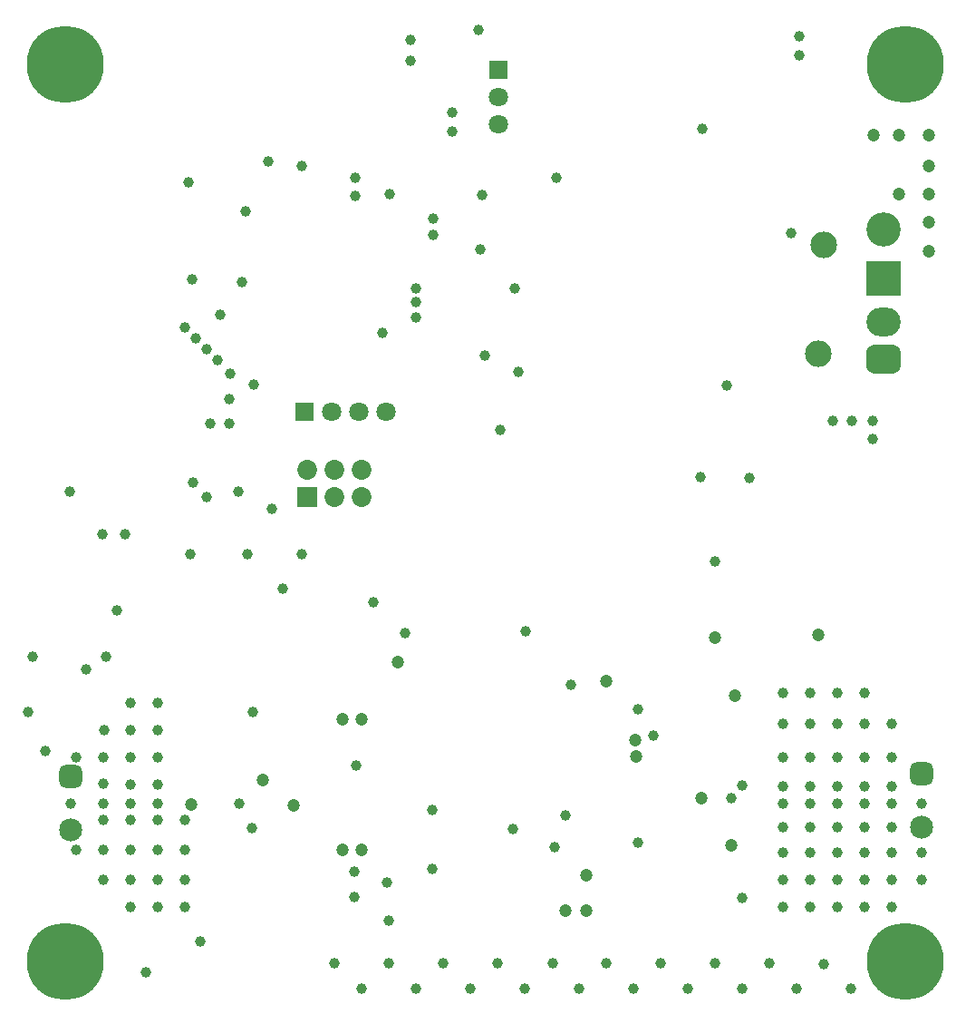
<source format=gbs>
G04*
G04 #@! TF.GenerationSoftware,Altium Limited,Altium Designer,21.3.2 (30)*
G04*
G04 Layer_Color=16711935*
%FSTAX25Y25*%
%MOIN*%
G70*
G04*
G04 #@! TF.SameCoordinates,F2247190-6049-447B-BCC3-174C6299C890*
G04*
G04*
G04 #@! TF.FilePolarity,Negative*
G04*
G01*
G75*
G04:AMPARAMS|DCode=98|XSize=106.42mil|YSize=126.11mil|CornerRadius=28.61mil|HoleSize=0mil|Usage=FLASHONLY|Rotation=90.000|XOffset=0mil|YOffset=0mil|HoleType=Round|Shape=RoundedRectangle|*
%AMROUNDEDRECTD98*
21,1,0.10642,0.06890,0,0,90.0*
21,1,0.04921,0.12611,0,0,90.0*
1,1,0.05721,0.03445,0.02461*
1,1,0.05721,0.03445,-0.02461*
1,1,0.05721,-0.03445,-0.02461*
1,1,0.05721,-0.03445,0.02461*
%
%ADD98ROUNDEDRECTD98*%
%ADD99O,0.12611X0.10642*%
%ADD100C,0.07296*%
%ADD101R,0.07296X0.07296*%
G04:AMPARAMS|DCode=102|XSize=84.77mil|YSize=84.77mil|CornerRadius=23.19mil|HoleSize=0mil|Usage=FLASHONLY|Rotation=270.000|XOffset=0mil|YOffset=0mil|HoleType=Round|Shape=RoundedRectangle|*
%AMROUNDEDRECTD102*
21,1,0.08477,0.03839,0,0,270.0*
21,1,0.03839,0.08477,0,0,270.0*
1,1,0.04639,-0.01919,-0.01919*
1,1,0.04639,-0.01919,0.01919*
1,1,0.04639,0.01919,0.01919*
1,1,0.04639,0.01919,-0.01919*
%
%ADD102ROUNDEDRECTD102*%
%ADD103C,0.08477*%
%ADD104R,0.07099X0.07099*%
%ADD105C,0.07099*%
%ADD106R,0.07099X0.07099*%
%ADD107R,0.12611X0.12611*%
%ADD108C,0.12611*%
%ADD109C,0.09800*%
%ADD111C,0.04737*%
%ADD112C,0.03950*%
%ADD113C,0.03398*%
%ADD143C,0.28359*%
D98*
X0802Y065611D02*
D03*
D99*
Y066989D02*
D03*
D100*
X06102Y06154D02*
D03*
X06002D02*
D03*
X06102Y06054D02*
D03*
X06002D02*
D03*
X05902Y06154D02*
D03*
D101*
Y06054D02*
D03*
D102*
X0816Y0503842D02*
D03*
X0503Y0502843D02*
D03*
D103*
X0816Y0484158D02*
D03*
X0503Y0483157D02*
D03*
D104*
X0660474Y07624D02*
D03*
D105*
Y07524D02*
D03*
Y07424D02*
D03*
X0599Y0637D02*
D03*
X0609D02*
D03*
X0619D02*
D03*
D106*
X0589D02*
D03*
D107*
X0802Y0686D02*
D03*
D108*
Y0703717D02*
D03*
D109*
X07781Y065811D02*
D03*
X0780218Y0698071D02*
D03*
D111*
X0700254Y0537991D02*
D03*
X06234Y05448D02*
D03*
X0778029Y0555D02*
D03*
X06928Y04536D02*
D03*
X05474Y04924D02*
D03*
X0735Y0495D02*
D03*
X0746Y0477623D02*
D03*
X081876Y0695882D02*
D03*
Y0706418D02*
D03*
Y07169D02*
D03*
Y0727295D02*
D03*
Y07386D02*
D03*
X0740037Y0554D02*
D03*
X05852Y04923D02*
D03*
X0573732Y0501631D02*
D03*
X0685Y0453689D02*
D03*
X06928Y0466415D02*
D03*
X0603Y0524D02*
D03*
X061D02*
D03*
X0603Y0476D02*
D03*
X061D02*
D03*
X07109Y05162D02*
D03*
X0711016Y05101D02*
D03*
X07475Y05325D02*
D03*
X0807826Y07169D02*
D03*
X0798574Y07386D02*
D03*
X0807826D02*
D03*
D112*
X0535Y0486818D02*
D03*
Y0455D02*
D03*
Y0476D02*
D03*
X0545Y0465D02*
D03*
X06362Y04688D02*
D03*
X0545Y0486818D02*
D03*
Y0454911D02*
D03*
X06196Y04637D02*
D03*
X0545Y0476D02*
D03*
X06075Y04585D02*
D03*
X0535Y0465D02*
D03*
X0569891Y0484002D02*
D03*
X06263Y0555608D02*
D03*
X07446Y06465D02*
D03*
X0740037Y0581879D02*
D03*
X0670499Y05562D02*
D03*
X06665Y0682313D02*
D03*
X06612Y06302D02*
D03*
X066788Y06516D02*
D03*
X06555Y0657663D02*
D03*
X06145Y0567D02*
D03*
X0752699Y0612504D02*
D03*
X079Y0425D02*
D03*
X077D02*
D03*
X0750119D02*
D03*
X073D02*
D03*
X071D02*
D03*
X069D02*
D03*
X067D02*
D03*
X065D02*
D03*
X063D02*
D03*
X061D02*
D03*
X078Y0433968D02*
D03*
X076Y0434227D02*
D03*
X074D02*
D03*
X072D02*
D03*
X07D02*
D03*
X068048D02*
D03*
X066D02*
D03*
X064D02*
D03*
X062D02*
D03*
Y045D02*
D03*
X06Y0434227D02*
D03*
X0493932Y0512306D02*
D03*
X0516Y0547D02*
D03*
X052Y0563916D02*
D03*
X0530743Y0430817D02*
D03*
X05087Y05421D02*
D03*
X0515Y0476D02*
D03*
X0505D02*
D03*
X04876Y05266D02*
D03*
X055098Y0442168D02*
D03*
X0535Y0492994D02*
D03*
X0525Y0486818D02*
D03*
X056524Y0492763D02*
D03*
X0505Y051D02*
D03*
X0503Y0492994D02*
D03*
X0515D02*
D03*
X0525D02*
D03*
X0816Y04928D02*
D03*
X0805D02*
D03*
X0795D02*
D03*
X0785D02*
D03*
X0775D02*
D03*
X0765D02*
D03*
X0746Y0495D02*
D03*
X0795Y0533564D02*
D03*
X0805Y051D02*
D03*
Y0522329D02*
D03*
X0795D02*
D03*
Y051D02*
D03*
X0785Y0533564D02*
D03*
Y0522329D02*
D03*
Y051D02*
D03*
X0775D02*
D03*
Y0522329D02*
D03*
Y0533564D02*
D03*
X0765D02*
D03*
Y0522329D02*
D03*
Y051D02*
D03*
Y0499158D02*
D03*
X0775D02*
D03*
X0785D02*
D03*
X0795D02*
D03*
X0805D02*
D03*
Y0455D02*
D03*
X0795D02*
D03*
X0785D02*
D03*
X0775D02*
D03*
X0765D02*
D03*
X0816Y0465D02*
D03*
X0805D02*
D03*
X0795D02*
D03*
X0785D02*
D03*
X0775D02*
D03*
X0765D02*
D03*
X0816Y0475D02*
D03*
X0805D02*
D03*
X0795D02*
D03*
X0785D02*
D03*
X0775D02*
D03*
X0765D02*
D03*
Y0484158D02*
D03*
X0775D02*
D03*
X0785D02*
D03*
X0795D02*
D03*
X0805D02*
D03*
X075Y04582D02*
D03*
X07174Y05179D02*
D03*
X0525Y053D02*
D03*
X0535D02*
D03*
Y052D02*
D03*
X0525D02*
D03*
X05154D02*
D03*
X0515Y051D02*
D03*
X0535D02*
D03*
X0525D02*
D03*
X0515Y0500147D02*
D03*
X0525Y05D02*
D03*
X0535D02*
D03*
X0525Y0455D02*
D03*
Y0465D02*
D03*
X0515D02*
D03*
X0525Y0476D02*
D03*
X0515Y0486818D02*
D03*
X06364Y0701898D02*
D03*
X0643634Y0747D02*
D03*
Y0739983D02*
D03*
X05759Y0728839D02*
D03*
X0570156Y0526631D02*
D03*
X06075Y0467714D02*
D03*
X06081Y0506768D02*
D03*
X06853Y04884D02*
D03*
X06657Y04835D02*
D03*
X06813Y04767D02*
D03*
X0636Y04904D02*
D03*
X07119Y04784D02*
D03*
X0687Y0536662D02*
D03*
X07119Y05276D02*
D03*
X07501Y04994D02*
D03*
X0581Y0572D02*
D03*
X06077Y0723D02*
D03*
X06204Y07169D02*
D03*
X05581Y06725D02*
D03*
X06545Y07165D02*
D03*
X06539Y06965D02*
D03*
X04891Y05468D02*
D03*
X063Y06716D02*
D03*
Y0682213D02*
D03*
Y0677307D02*
D03*
X06077Y07161D02*
D03*
X05674Y07104D02*
D03*
X05662Y06844D02*
D03*
X05615Y064165D02*
D03*
Y06325D02*
D03*
X05618Y06508D02*
D03*
X0628009Y07736D02*
D03*
X06533Y07773D02*
D03*
X06818Y07227D02*
D03*
X0523Y05918D02*
D03*
X0514782D02*
D03*
X05027Y06076D02*
D03*
X07713Y0775005D02*
D03*
X05882Y05846D02*
D03*
X05682D02*
D03*
X05472D02*
D03*
X0548Y06107D02*
D03*
X0545Y0668D02*
D03*
X0549Y0664D02*
D03*
X0553Y066D02*
D03*
X0557Y0656D02*
D03*
X057051Y064679D02*
D03*
X0628009Y0766D02*
D03*
X05546Y06324D02*
D03*
X05647Y0607562D02*
D03*
X05771Y06013D02*
D03*
X05531Y06054D02*
D03*
X06178Y0666D02*
D03*
X0588Y07271D02*
D03*
X0547854Y06854D02*
D03*
X0546372Y07213D02*
D03*
X06364Y0707747D02*
D03*
X073488Y0612799D02*
D03*
X07713Y0767784D02*
D03*
X0768Y07026D02*
D03*
X07355Y0741D02*
D03*
X0790599Y06335D02*
D03*
X0783328D02*
D03*
X0797999Y06268D02*
D03*
Y06335D02*
D03*
D113*
X0814331Y0424567D02*
D03*
X0799567Y0430669D02*
D03*
X0805669Y0445433D02*
D03*
X0820433Y0439331D02*
D03*
X0799567D02*
D03*
X0814331Y0445433D02*
D03*
X0820433Y0430669D02*
D03*
X0805669Y0424567D02*
D03*
X0505331D02*
D03*
X0490567Y0430669D02*
D03*
X0496669Y0445433D02*
D03*
X0511433Y0439331D02*
D03*
X0490567D02*
D03*
X0505331Y0445433D02*
D03*
X0511433Y0430669D02*
D03*
X0496669Y0424567D02*
D03*
X0805669Y0754167D02*
D03*
X0820433Y0760269D02*
D03*
X0814331Y0775033D02*
D03*
X0799567Y0768931D02*
D03*
X0820433D02*
D03*
X0805669Y0775033D02*
D03*
X0799567Y0760269D02*
D03*
X0814331Y0754167D02*
D03*
X0505331D02*
D03*
X0490567Y0760269D02*
D03*
X0496669Y0775033D02*
D03*
X0511433Y0768931D02*
D03*
X0490567D02*
D03*
X0505331Y0775033D02*
D03*
X0511433Y0760269D02*
D03*
X0496669Y0754167D02*
D03*
D143*
X081Y0435D02*
D03*
X0501D02*
D03*
X081Y07646D02*
D03*
X0501D02*
D03*
M02*

</source>
